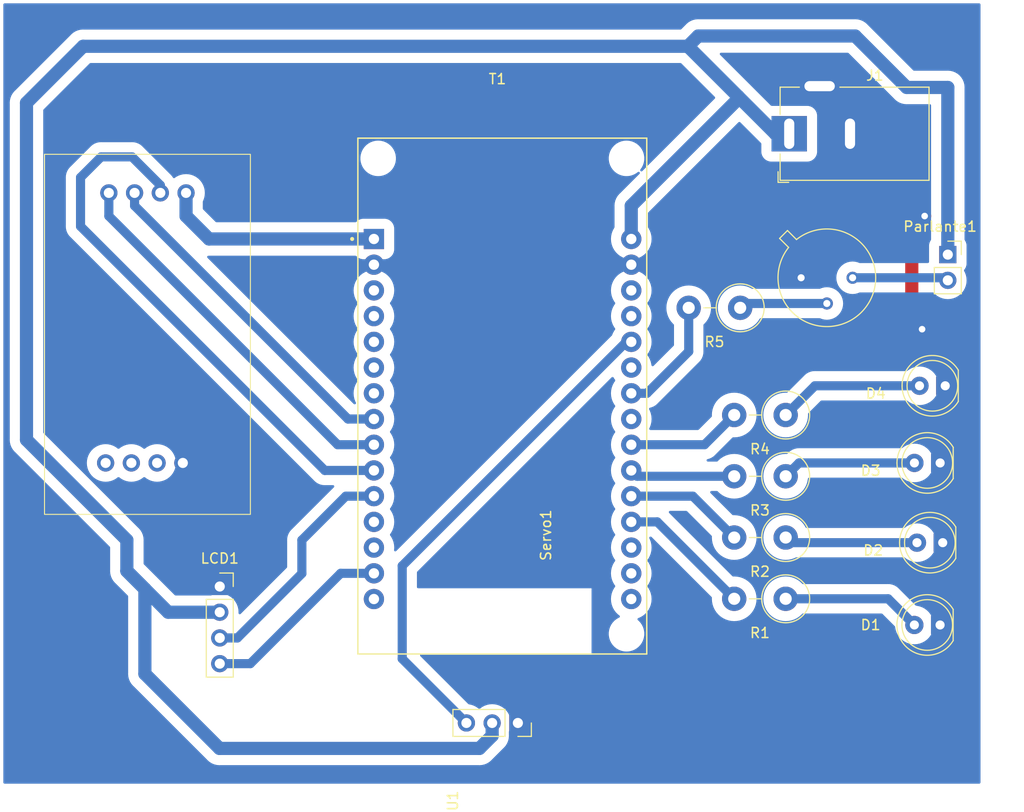
<source format=kicad_pcb>
(kicad_pcb (version 20221018) (generator pcbnew)
  (layers (0 "F.Cu" signal) (31 "B.Cu" signal) (34 "B.Paste" user) (35 "F.Paste" user) (36 "B.SilkS" user "B.Silkscreen") (37 "F.SilkS" user "F.Silkscreen") (38 "B.Mask" user) (39 "F.Mask" user) (44 "Edge.Cuts" user))
  (net 0 "")
  (net 1 "GND")
  (net 2 "Net-(D1-A)")
  (net 3 "Net-(D2-A)")
  (net 4 "Net-(D3-A)")
  (net 5 "Net-(D4-A)")
  (net 6 "+5V")
  (net 7 "/D21")
  (net 8 "/D22")
  (net 9 "/P1")
  (net 10 "/D35")
  (net 11 "/D34")
  (net 12 "/D33")
  (net 13 "/D32")
  (net 14 "/D14")
  (net 15 "+3V3")
  (net 18 "/D5")
  (net 19 "/D18")
  (net 20 "/D19")
  (footprint "Resistor_THT:R_Axial_DIN0414_L11.9mm_D4.5mm_P5.08mm_Vertical" (layer "F.Cu") (at 100.919 65.959 180)
    (fp_text reference "R5" (at 2.54 -3.37) (layer "F.SilkS"))
    (fp_text value "R")
    (fp_line (start 2.37 0) (end 3.58 0) (stroke (width 0.12)) (layer "F.SilkS"))
    (fp_circle (center 0 0) (end 2.37 0) (stroke (width 0.12)) (fill none) (layer "F.SilkS"))
    (pad "1" thru_hole circle (at 0 0 180) (size 2.4 2.4) (drill 1.2) (layers "*.Cu" "*.Mask"))
    (pad "2" thru_hole oval (at 5.08 0 180) (size 2.4 2.4) (drill 1.2) (layers "*.Cu" "*.Mask"))
  )
  (footprint "Resistor_THT:R_Axial_DIN0414_L11.9mm_D4.5mm_P5.08mm_Vertical" (layer "F.Cu") (at 105.41 94.696 180)
    (fp_text reference "R1" (at 2.54 -3.37) (layer "F.SilkS"))
    (fp_text value "R")
    (fp_line (start 2.37 0) (end 3.58 0) (stroke (width 0.12)) (layer "F.SilkS"))
    (fp_circle (center 0 0) (end 2.37 0) (stroke (width 0.12)) (fill none) (layer "F.SilkS"))
    (pad "1" thru_hole circle (at 0 0 180) (size 2.4 2.4) (drill 1.2) (layers "*.Cu" "*.Mask") (net 2 "Net-(D1-A)"))
    (pad "2" thru_hole oval (at 5.08 0 180) (size 2.4 2.4) (drill 1.2) (layers "*.Cu" "*.Mask") (net 10 "/D35"))
  )
  (footprint "Resistor_THT:R_Axial_DIN0414_L11.9mm_D4.5mm_P5.08mm_Vertical" (layer "F.Cu") (at 105.41 88.646 180)
    (fp_text reference "R2" (at 2.54 -3.37) (layer "F.SilkS"))
    (fp_text value "R")
    (fp_line (start 2.37 0) (end 3.58 0) (stroke (width 0.12)) (layer "F.SilkS"))
    (fp_circle (center 0 0) (end 2.37 0) (stroke (width 0.12)) (fill none) (layer "F.SilkS"))
    (pad "1" thru_hole circle (at 0 0 180) (size 2.4 2.4) (drill 1.2) (layers "*.Cu" "*.Mask") (net 3 "Net-(D2-A)"))
    (pad "2" thru_hole oval (at 5.08 0 180) (size 2.4 2.4) (drill 1.2) (layers "*.Cu" "*.Mask") (net 11 "/D34"))
  )
  (footprint "LED_THT:LED_D5.0mm" (layer "F.Cu") (at 120.909 89.154 180)
    (fp_text reference "D2" (at 6.858 -0.762) (layer "F.SilkS"))
    (fp_text value "LED")
    (fp_line (start -1.29 -1.545) (end -1.29 1.545) (stroke (width 0.12)) (layer "F.SilkS"))
    (fp_arc (start -1.29 -1.54483) (mid 2.072002 -2.880433) (end 4.26 0.000462) (stroke (width 0.12)) (layer "F.SilkS"))
    (fp_arc (start 4.26 -0.000462) (mid 2.072002 2.880433) (end -1.29 1.54483) (stroke (width 0.12)) (layer "F.SilkS"))
    (fp_circle (center 1.27 0) (end 3.77 0) (stroke (width 0.12)) (fill none) (layer "F.SilkS"))
    (pad "1" thru_hole rect (at 0 0 180) (size 1.8 1.8) (drill 0.9) (layers "*.Cu" "*.Mask") (net 1 "GND"))
    (pad "2" thru_hole circle (at 2.54 0 180) (size 1.8 1.8) (drill 0.9) (layers "*.Cu" "*.Mask") (net 3 "Net-(D2-A)"))
  )
  (footprint "Package_TO_SOT_THT:TO-39-3" (layer "F.Cu") (at 106.934 62.992)
    (fp_text reference "T1" (at -29.97 -19.625 180) (layer "F.SilkS"))
    (fp_text value "2N2222A")
    (fp_line (start -2.125856 -3.888039) (end -1.234902 -2.997084) (stroke (width 0.12)) (layer "F.SilkS"))
    (fp_line (start -1.348039 -4.665856) (end -2.125856 -3.888039) (stroke (width 0.12)) (layer "F.SilkS"))
    (fp_line (start -0.457084 -3.774902) (end -1.348039 -4.665856) (stroke (width 0.12)) (layer "F.SilkS"))
    (fp_arc (start -0.457084 -3.774902) (mid 5.948125 3.408384) (end -1.234674 -2.997371) (stroke (width 0.12)) (layer "F.SilkS"))
    (pad "1" thru_hole oval (at 0 0) (size 1.6 1.2) (drill 0.7) (layers "*.Cu" "*.Mask") (net 1 "GND"))
    (pad "2" thru_hole oval (at 2.54 2.54) (size 1.2 1.2) (drill 0.7) (layers "*.Cu" "*.Mask"))
    (pad "3" thru_hole oval (at 5.08 0) (size 1.2 1.2) (drill 0.7) (layers "*.Cu" "*.Mask") (net 9 "/P1"))
  )
  (footprint "TCS3200:SOIC127P600X175-8N" (layer "F.Cu") (at 42.418 81.28 90)
    (fp_text reference "U2" hide)
    (fp_text value "TCS3200" hide)
    (fp_rect (start 30.48 10.16) (end -5.08 -10.16) (stroke (width 0.1)) (fill none) (layer "F.SilkS"))
    (pad "1" thru_hole circle (at 0 -4.1275 90) (size 1.7 1.7) (drill 1) (layers "*.Cu" "*.Mask"))
    (pad "2" thru_hole oval (at 0 -1.5875 90) (size 1.7 1.7) (drill 1) (layers "*.Cu" "*.Mask"))
    (pad "3" thru_hole oval (at 0 0.9525 90) (size 1.7 1.7) (drill 1) (layers "*.Cu" "*.Mask"))
    (pad "4" thru_hole oval (at 0 3.4925 90) (size 1.7 1.7) (drill 1) (layers "*.Cu" "*.Mask") (net 1 "GND"))
    (pad "5" thru_hole circle (at 26.67 -3.81 90) (size 1.7 1.7) (drill 1) (layers "*.Cu" "*.Mask") (net 19 "/D18"))
    (pad "6" thru_hole oval (at 26.67 -1.27 90) (size 1.7 1.7) (drill 1) (layers "*.Cu" "*.Mask") (net 18 "/D5"))
    (pad "7" thru_hole oval (at 26.67 1.27 90) (size 1.7 1.7) (drill 1) (layers "*.Cu" "*.Mask") (net 20 "/D19"))
    (pad "8" thru_hole oval (at 26.67 3.81 90) (size 1.7 1.7) (drill 1) (layers "*.Cu" "*.Mask") (net 15 "+3V3"))
  )
  (footprint "ESP32-DEVKIT-V1 (1):MODULE_ESP32_DEVKIT_V1" (layer "F.Cu") (at 77.47 74.676)
    (fp_text reference "U1" (at -4.913 39.978 -90) (layer "F.SilkS"))
    (fp_text value "ESP32-DEVKIT-V1")
    (fp_line (start -14.28 -25.475) (end -3.211 -25.475) (stroke (width 0.127)) (layer "F.SilkS"))
    (fp_line (start -14.28 -25.475) (end 14.23 -25.475) (stroke (width 0.127)) (layer "F.SilkS"))
    (fp_line (start -14.28 25.475) (end -14.28 -25.475) (stroke (width 0.127)) (layer "F.SilkS"))
    (fp_line (start -14.28 25.475) (end -14.28 -25.475) (stroke (width 0.127)) (layer "F.SilkS"))
    (fp_line (start -14.28 25.475) (end -8.91 25.475) (stroke (width 0.127)) (layer "F.SilkS"))
    (fp_line (start -8.91 25.475) (end 8.78 25.475) (stroke (width 0.127)) (layer "F.SilkS"))
    (fp_line (start -3.211 -25.475) (end 3.5 -25.475) (stroke (width 0.127)) (layer "F.SilkS"))
    (fp_line (start 3.5 -25.475) (end 14.23 -25.475) (stroke (width 0.127)) (layer "F.SilkS"))
    (fp_line (start 8.78 25.475) (end 14.23 25.475) (stroke (width 0.127)) (layer "F.SilkS"))
    (fp_line (start 14.23 -25.475) (end 14.23 25.475) (stroke (width 0.127)) (layer "F.SilkS"))
    (fp_line (start 14.23 -25.475) (end 14.23 25.475) (stroke (width 0.127)) (layer "F.SilkS"))
    (fp_line (start 14.23 25.475) (end -14.28 25.475) (stroke (width 0.127)) (layer "F.SilkS"))
    (fp_circle (center -14.85 -15.515) (end -14.75 -15.515) (stroke (width 0.2)) (fill none) (layer "F.SilkS"))
    (pad "" np_thru_hole circle (at -12.28 -23.475) (size 3 3) (drill 3) (layers "*.Cu" "*.Mask"))
    (pad "" np_thru_hole circle (at -12.28 23.475) (size 3 3) (drill 3) (layers "*.Cu" "*.Mask"))
    (pad "" np_thru_hole circle (at 12.23 -23.475) (size 3 3) (drill 3) (layers "*.Cu" "*.Mask"))
    (pad "" np_thru_hole circle (at 12.23 23.475) (size 3 3) (drill 3) (layers "*.Cu" "*.Mask"))
    (pad "1" thru_hole rect (at -12.7 -15.515) (size 2 2) (drill 1.02) (layers "*.Cu" "*.Mask") (net 15 "+3V3"))
    (pad "2" thru_hole circle (at -12.7 -12.975) (size 2 2) (drill 1.02) (layers "*.Cu" "*.Mask") (net 1 "GND"))
    (pad "3" thru_hole circle (at -12.7 -10.435) (size 2 2) (drill 1.02) (layers "*.Cu" "*.Mask"))
    (pad "4" thru_hole circle (at -12.7 -7.895) (size 2 2) (drill 1.02) (layers "*.Cu" "*.Mask"))
    (pad "5" thru_hole circle (at -12.7 -5.355) (size 2 2) (drill 1.02) (layers "*.Cu" "*.Mask"))
    (pad "6" thru_hole circle (at -12.7 -2.815) (size 2 2) (drill 1.02) (layers "*.Cu" "*.Mask"))
    (pad "7" thru_hole circle (at -12.7 -0.275) (size 2 2) (drill 1.02) (layers "*.Cu" "*.Mask"))
    (pad "8" thru_hole circle (at -12.7 2.265) (size 2 2) (drill 1.02) (layers "*.Cu" "*.Mask") (net 18 "/D5"))
    (pad "9" thru_hole circle (at -12.7 4.805) (size 2 2) (drill 1.02) (layers "*.Cu" "*.Mask") (net 19 "/D18"))
    (pad "10" thru_hole circle (at -12.7 7.345) (size 2 2) (drill 1.02) (layers "*.Cu" "*.Mask") (net 20 "/D19"))
    (pad "11" thru_hole circle (at -12.7 9.885) (size 2 2) (drill 1.02) (layers "*.Cu" "*.Mask") (net 7 "/D21"))
    (pad "12" thru_hole circle (at -12.7 12.425) (size 2 2) (drill 1.02) (layers "*.Cu" "*.Mask"))
    (pad "13" thru_hole circle (at -12.7 14.965) (size 2 2) (drill 1.02) (layers "*.Cu" "*.Mask"))
    (pad "14" thru_hole circle (at -12.7 17.505) (size 2 2) (drill 1.02) (layers "*.Cu" "*.Mask") (net 8 "/D22"))
    (pad "15" thru_hole circle (at -12.7 20.045) (size 2 2) (drill 1.02) (layers "*.Cu" "*.Mask"))
    (pad "16" thru_hole circle (at 12.7 20.045) (size 2 2) (drill 1.02) (layers "*.Cu" "*.Mask"))
    (pad "17" thru_hole circle (at 12.7 17.505) (size 2 2) (drill 1.02) (layers "*.Cu" "*.Mask"))
    (pad "18" thru_hole circle (at 12.7 14.965) (size 2 2) (drill 1.02) (layers "*.Cu" "*.Mask"))
    (pad "19" thru_hole circle (at 12.7 12.425) (size 2 2) (drill 1.02) (layers "*.Cu" "*.Mask") (net 10 "/D35"))
    (pad "20" thru_hole circle (at 12.7 9.885) (size 2 2) (drill 1.02) (layers "*.Cu" "*.Mask") (net 11 "/D34"))
    (pad "21" thru_hole circle (at 12.7 7.345) (size 2 2) (drill 1.02) (layers "*.Cu" "*.Mask") (net 12 "/D33"))
    (pad "22" thru_hole circle (at 12.7 4.805) (size 2 2) (drill 1.02) (layers "*.Cu" "*.Mask") (net 13 "/D32"))
    (pad "23" thru_hole circle (at 12.7 2.265) (size 2 2) (drill 1.02) (layers "*.Cu" "*.Mask"))
    (pad "24" thru_hole circle (at 12.7 -0.275) (size 2 2) (drill 1.02) (layers "*.Cu" "*.Mask"))
    (pad "25" thru_hole circle (at 12.7 -2.815) (size 2 2) (drill 1.02) (layers "*.Cu" "*.Mask"))
    (pad "26" thru_hole circle (at 12.7 -5.355) (size 2 2) (drill 1.02) (layers "*.Cu" "*.Mask") (net 14 "/D14"))
    (pad "27" thru_hole circle (at 12.7 -7.895) (size 2 2) (drill 1.02) (layers "*.Cu" "*.Mask"))
    (pad "28" thru_hole circle (at 12.7 -10.435) (size 2 2) (drill 1.02) (layers "*.Cu" "*.Mask"))
    (pad "29" thru_hole circle (at 12.7 -12.975) (size 2 2) (drill 1.02) (layers "*.Cu" "*.Mask") (net 1 "GND"))
    (pad "30" thru_hole circle (at 12.7 -15.515) (size 2 2) (drill 1.02) (layers "*.Cu" "*.Mask") (net 6 "+5V"))
    (zone (net 0) (net_name "") (layer "B.Cu") (connect_pads (clearance 0)) (min_thickness 0.01)
      (keepout (tracks not_allowed) (vias not_allowed) (pads not_allowed) (copperpour not_allowed) (footprints allowed))
      (fill (thermal_gap 0.508) (thermal_bridge_width 0.508))
      (polygon (pts (xy 68.56 93.661) (xy 86.25 93.661) (xy 86.25 100.151) (xy 68.56 100.151)))
    )
  )
  (footprint "Resistor_THT:R_Axial_DIN0414_L11.9mm_D4.5mm_P5.08mm_Vertical" (layer "F.Cu") (at 105.41 76.546 180)
    (fp_text reference "R4" (at 2.54 -3.37) (layer "F.SilkS"))
    (fp_text value "R")
    (fp_line (start 2.37 0) (end 3.58 0) (stroke (width 0.12)) (layer "F.SilkS"))
    (fp_circle (center 0 0) (end 2.37 0) (stroke (width 0.12)) (fill none) (layer "F.SilkS"))
    (pad "1" thru_hole circle (at 0 0 180) (size 2.4 2.4) (drill 1.2) (layers "*.Cu" "*.Mask") (net 5 "Net-(D4-A)"))
    (pad "2" thru_hole oval (at 5.08 0 180) (size 2.4 2.4) (drill 1.2) (layers "*.Cu" "*.Mask") (net 13 "/D32"))
  )
  (footprint "LED_THT:LED_D5.0mm" (layer "F.Cu") (at 121.158 73.66 180)
    (fp_text reference "D4" (at 6.858 -0.762) (layer "F.SilkS"))
    (fp_text value "LED")
    (fp_line (start -1.29 -1.545) (end -1.29 1.545) (stroke (width 0.12)) (layer "F.SilkS"))
    (fp_arc (start -1.29 -1.54483) (mid 2.072002 -2.880433) (end 4.26 0.000462) (stroke (width 0.12)) (layer "F.SilkS"))
    (fp_arc (start 4.26 -0.000462) (mid 2.072002 2.880433) (end -1.29 1.54483) (stroke (width 0.12)) (layer "F.SilkS"))
    (fp_circle (center 1.27 0) (end 3.77 0) (stroke (width 0.12)) (fill none) (layer "F.SilkS"))
    (pad "1" thru_hole rect (at 0 0 180) (size 1.8 1.8) (drill 0.9) (layers "*.Cu" "*.Mask") (net 1 "GND"))
    (pad "2" thru_hole circle (at 2.54 0 180) (size 1.8 1.8) (drill 0.9) (layers "*.Cu" "*.Mask") (net 5 "Net-(D4-A)"))
  )
  (footprint "Connector_PinSocket_2.54mm:PinSocket_1x04_P2.54mm_Vertical" (layer "F.Cu") (at 49.555 93.482)
    (fp_text reference "LCD1" (at 0 -2.77) (layer "F.SilkS"))
    (fp_text value "Conn_01x04_Socket")
    (fp_line (start -1.33 1.27) (end -1.33 8.95) (stroke (width 0.12)) (layer "F.SilkS"))
    (fp_line (start -1.33 1.27) (end 1.33 1.27) (stroke (width 0.12)) (layer "F.SilkS"))
    (fp_line (start -1.33 8.95) (end 1.33 8.95) (stroke (width 0.12)) (layer "F.SilkS"))
    (fp_line (start 0 -1.33) (end 1.33 -1.33) (stroke (width 0.12)) (layer "F.SilkS"))
    (fp_line (start 1.33 -1.33) (end 1.33 0) (stroke (width 0.12)) (layer "F.SilkS"))
    (fp_line (start 1.33 1.27) (end 1.33 8.95) (stroke (width 0.12)) (layer "F.SilkS"))
    (pad "1" thru_hole rect (at 0 0) (size 1.7 1.7) (drill 1) (layers "*.Cu" "*.Mask") (net 1 "GND"))
    (pad "2" thru_hole oval (at 0 2.54) (size 1.7 1.7) (drill 1) (layers "*.Cu" "*.Mask") (net 6 "+5V"))
    (pad "3" thru_hole oval (at 0 5.08) (size 1.7 1.7) (drill 1) (layers "*.Cu" "*.Mask") (net 7 "/D21"))
    (pad "4" thru_hole oval (at 0 7.62) (size 1.7 1.7) (drill 1) (layers "*.Cu" "*.Mask") (net 8 "/D22"))
  )
  (footprint "LED_THT:LED_D5.0mm" (layer "F.Cu") (at 120.655 81.28 180)
    (fp_text reference "D3" (at 6.858 -0.762) (layer "F.SilkS"))
    (fp_text value "LED")
    (fp_line (start -1.29 -1.545) (end -1.29 1.545) (stroke (width 0.12)) (layer "F.SilkS"))
    (fp_arc (start -1.29 -1.54483) (mid 2.072002 -2.880433) (end 4.26 0.000462) (stroke (width 0.12)) (layer "F.SilkS"))
    (fp_arc (start 4.26 -0.000462) (mid 2.072002 2.880433) (end -1.29 1.54483) (stroke (width 0.12)) (layer "F.SilkS"))
    (fp_circle (center 1.27 0) (end 3.77 0) (stroke (width 0.12)) (fill none) (layer "F.SilkS"))
    (pad "1" thru_hole rect (at 0 0 180) (size 1.8 1.8) (drill 0.9) (layers "*.Cu" "*.Mask") (net 1 "GND"))
    (pad "2" thru_hole circle (at 2.54 0 180) (size 1.8 1.8) (drill 0.9) (layers "*.Cu" "*.Mask") (net 4 "Net-(D3-A)"))
  )
  (footprint "Connector_BarrelJack:BarrelJack_Horizontal" (layer "F.Cu") (at 105.76 48.768 180)
    (fp_text reference "J1" (at -8.45 5.75) (layer "F.SilkS"))
    (fp_text value "Barrel Jack")
    (fp_line (start -13.8 -4.6) (end 0.9 -4.6) (stroke (width 0.12)) (layer "F.SilkS"))
    (fp_line (start -13.8 4.6) (end -13.8 -4.6) (stroke (width 0.12)) (layer "F.SilkS"))
    (fp_line (start -5 4.6) (end -13.8 4.6) (stroke (width 0.12)) (layer "F.SilkS"))
    (fp_line (start 0.05 -4.8) (end 1.1 -4.8) (stroke (width 0.12)) (layer "F.SilkS"))
    (fp_line (start 0.9 -4.6) (end 0.9 -2) (stroke (width 0.12)) (layer "F.SilkS"))
    (fp_line (start 0.9 1.9) (end 0.9 4.6) (stroke (width 0.12)) (layer "F.SilkS"))
    (fp_line (start 0.9 4.6) (end -1 4.6) (stroke (width 0.12)) (layer "F.SilkS"))
    (fp_line (start 1.1 -3.75) (end 1.1 -4.8) (stroke (width 0.12)) (layer "F.SilkS"))
    (pad "1" thru_hole rect (at 0 0 180) (size 3.5 3.5) (drill oval 1 3) (layers "*.Cu" "*.Mask") (net 6 "+5V"))
    (pad "2" thru_hole roundrect (at -6 0 180) (size 3 3.5) (drill oval 1 3) (layers "*.Cu" "*.Mask") (net 1 "GND"))
    (pad "3" thru_hole roundrect (at -3 4.7 180) (size 3.5 3.5) (drill oval 3 1) (layers "*.Cu" "*.Mask") (net 1 "GND"))
  )
  (footprint "Resistor_THT:R_Axial_DIN0414_L11.9mm_D4.5mm_P5.08mm_Vertical" (layer "F.Cu") (at 105.41 82.596 180)
    (fp_text reference "R3" (at 2.54 -3.37) (layer "F.SilkS"))
    (fp_text value "R")
    (fp_line (start 2.37 0) (end 3.58 0) (stroke (width 0.12)) (layer "F.SilkS"))
    (fp_circle (center 0 0) (end 2.37 0) (stroke (width 0.12)) (fill none) (layer "F.SilkS"))
    (pad "1" thru_hole circle (at 0 0 180) (size 2.4 2.4) (drill 1.2) (layers "*.Cu" "*.Mask") (net 4 "Net-(D3-A)"))
    (pad "2" thru_hole oval (at 5.08 0 180) (size 2.4 2.4) (drill 1.2) (layers "*.Cu" "*.Mask") (net 12 "/D33"))
  )
  (footprint "Connector_PinSocket_2.54mm:PinSocket_1x02_P2.54mm_Vertical" (layer "F.Cu") (at 121.412 60.706)
    (fp_text reference "Parlante1" (at -0.762 -2.77) (layer "F.SilkS"))
    (fp_text value "Conn_01x02_Socket")
    (fp_line (start -1.33 1.27) (end -1.33 3.87) (stroke (width 0.12)) (layer "F.SilkS"))
    (fp_line (start -1.33 1.27) (end 1.33 1.27) (stroke (width 0.12)) (layer "F.SilkS"))
    (fp_line (start -1.33 3.87) (end 1.33 3.87) (stroke (width 0.12)) (layer "F.SilkS"))
    (fp_line (start 0 -1.33) (end 1.33 -1.33) (stroke (width 0.12)) (layer "F.SilkS"))
    (fp_line (start 1.33 -1.33) (end 1.33 0) (stroke (width 0.12)) (layer "F.SilkS"))
    (fp_line (start 1.33 1.27) (end 1.33 3.87) (stroke (width 0.12)) (layer "F.SilkS"))
    (pad "1" thru_hole rect (at 0 0) (size 1.7 1.7) (drill 1) (layers "*.Cu" "*.Mask") (net 6 "+5V"))
    (pad "2" thru_hole oval (at 0 2.54) (size 1.7 1.7) (drill 1) (layers "*.Cu" "*.Mask") (net 9 "/P1"))
  )
  (footprint "Connector_PinSocket_2.54mm:PinSocket_1x03_P2.54mm_Vertical" (layer "F.Cu") (at 78.979 106.959 -90)
    (fp_text reference "Servo1" (at -18.544 -2.77 90) (layer "F.SilkS"))
    (fp_text value "Conn_01x03_Socket")
    (fp_line (start -1.33 1.27) (end -1.33 6.41) (stroke (width 0.12)) (layer "F.SilkS"))
    (fp_line (start -1.33 1.27) (end 1.33 1.27) (stroke (width 0.12)) (layer "F.SilkS"))
    (fp_line (start -1.33 6.41) (end 1.33 6.41) (stroke (width 0.12)) (layer "F.SilkS"))
    (fp_line (start 0 -1.33) (end 1.33 -1.33) (stroke (width 0.12)) (layer "F.SilkS"))
    (fp_line (start 1.33 -1.33) (end 1.33 0) (stroke (width 0.12)) (layer "F.SilkS"))
    (fp_line (start 1.33 1.27) (end 1.33 6.41) (stroke (width 0.12)) (layer "F.SilkS"))
    (pad "1" thru_hole rect (at 0 0 270) (size 1.7 1.7) (drill 1) (layers "*.Cu" "*.Mask") (net 1 "GND"))
    (pad "2" thru_hole oval (at 0 2.54 270) (size 1.7 1.7) (drill 1) (layers "*.Cu" "*.Mask") (net 6 "+5V"))
    (pad "3" thru_hole oval (at 0 5.08 270) (size 1.7 1.7) (drill 1) (layers "*.Cu" "*.Mask") (net 14 "/D14"))
  )
  (footprint "LED_THT:LED_D5.0mm" (layer "F.Cu") (at 120.65 97.282 180)
    (fp_text reference "D1" (at 6.858 0) (layer "F.SilkS"))
    (fp_text value "LED")
    (fp_line (start -1.29 -1.545) (end -1.29 1.545) (stroke (width 0.12)) (layer "F.SilkS"))
    (fp_arc (start -1.29 -1.54483) (mid 2.072002 -2.880433) (end 4.26 0.000462) (stroke (width 0.12)) (layer "F.SilkS"))
    (fp_arc (start 4.26 -0.000462) (mid 2.072002 2.880433) (end -1.29 1.54483) (stroke (width 0.12)) (layer "F.SilkS"))
    (fp_circle (center 1.27 0) (end 3.77 0) (stroke (width 0.12)) (fill none) (layer "F.SilkS"))
    (pad "1" thru_hole rect (at 0 0 180) (size 1.8 1.8) (drill 0.9) (layers "*.Cu" "*.Mask") (net 1 "GND"))
    (pad "2" thru_hole circle (at 2.54 0 180) (size 1.8 1.8) (drill 0.9) (layers "*.Cu" "*.Mask") (net 2 "Net-(D1-A)"))
  )
  (segment (start 91.715 74.401) (end 95.839 70.277) (width 0.9) (layer "B.Cu") (net 0))
  (segment (start 95.839 70.277) (end 95.839 65.959) (width 0.9) (layer "B.Cu") (net 0))
  (segment (start 90.17 74.401) (end 91.715 74.401) (width 0.9) (layer "B.Cu") (net 0))
  (segment (start 101.346 65.532) (end 100.919 65.959) (width 0.9) (layer "B.Cu") (net 0))
  (segment (start 109.474 65.532) (end 101.346 65.532) (width 0.9) (layer "B.Cu") (net 0))
  (segment (start 117.856 67.056) (end 117.856 58.166) (width 1.3) (layer "F.Cu") (net 1))
  (segment (start 117.856 58.166) (end 119.126 56.896) (width 1.3) (layer "F.Cu") (net 1))
  (segment (start 118.872 68.072) (end 117.856 67.056) (width 1.3) (layer "F.Cu") (net 1))
  (via (at 118.872 68.072) (size 1.2) (drill 0.65) (layers "F.Cu" "B.Cu") (net 1))
  (via (at 119.126 56.896) (size 1.2) (drill 0.65) (layers "F.Cu" "B.Cu") (net 1))
  (segment (start 90.191 61.722) (end 90.17 61.701) (width 1.3) (layer "B.Cu") (net 1))
  (segment (start 120.655 88.9) (end 120.909 89.154) (width 1.3) (layer "B.Cu") (net 1))
  (segment (start 120.909 97.023) (end 120.65 97.282) (width 1.3) (layer "B.Cu") (net 1))
  (segment (start 105.41 94.696) (end 115.524 94.696) (width 0.9) (layer "B.Cu") (net 2))
  (segment (start 115.524 94.696) (end 118.11 97.282) (width 0.9) (layer "B.Cu") (net 2))
  (segment (start 118.369 89.154) (end 105.918 89.154) (width 0.9) (layer "B.Cu") (net 3))
  (segment (start 105.918 89.154) (end 105.41 88.646) (width 0.9) (layer "B.Cu") (net 3))
  (segment (start 106.726 81.28) (end 105.41 82.596) (width 0.9) (layer "B.Cu") (net 4))
  (segment (start 118.115 81.28) (end 106.726 81.28) (width 0.9) (layer "B.Cu") (net 4))
  (segment (start 118.618 73.66) (end 108.296 73.66) (width 0.9) (layer "B.Cu") (net 5))
  (segment (start 108.296 73.66) (end 105.41 76.546) (width 0.9) (layer "B.Cu") (net 5))
  (segment (start 105.76 48.768) (end 104.394 48.768) (width 1.3) (layer "F.Cu") (net 6))
  (segment (start 75.184 109.474) (end 76.439 108.219) (width 1.3) (layer "B.Cu") (net 6))
  (segment (start 100.711 45.339) (end 100.711 45.085) (width 1.3) (layer "B.Cu") (net 6))
  (segment (start 105.76 48.768) (end 104.394 48.768) (width 1.3) (layer "B.Cu") (net 6))
  (segment (start 36.068 40.132) (end 30.48 45.72) (width 1.3) (layer "B.Cu") (net 6))
  (segment (start 30.48 45.72) (end 30.48 78.994) (width 1.3) (layer "B.Cu") (net 6))
  (segment (start 117.348 44.196) (end 112.268 39.116) (width 1.3) (layer "B.Cu") (net 6))
  (segment (start 49.53 109.474) (end 75.184 109.474) (width 1.3) (layer "B.Cu") (net 6))
  (segment (start 76.439 108.219) (end 76.439 106.959) (width 1.3) (layer "B.Cu") (net 6))
  (segment (start 40.386 88.9) (end 40.386 91.948) (width 1.3) (layer "B.Cu") (net 6))
  (segment (start 96.774 39.116) (end 95.758 40.132) (width 1.3) (layer "B.Cu") (net 6))
  (segment (start 44.46 96.022) (end 40.386 91.948) (width 1.3) (layer "B.Cu") (net 6))
  (segment (start 104.394 48.768) (end 100.711 45.085) (width 1.3) (layer "B.Cu") (net 6))
  (segment (start 42.164 93.726) (end 42.164 102.108) (width 1.3) (layer "B.Cu") (net 6))
  (segment (start 90.17 55.88) (end 100.711 45.339) (width 1.3) (layer "B.Cu") (net 6))
  (segment (start 112.268 39.116) (end 96.774 39.116) (width 1.3) (layer "B.Cu") (net 6))
  (segment (start 49.555 96.022) (end 44.46 96.022) (width 1.3) (layer "B.Cu") (net 6))
  (segment (start 90.17 59.161) (end 90.17 55.88) (width 1.3) (layer "B.Cu") (net 6))
  (segment (start 40.386 91.948) (end 42.164 93.726) (width 1.3) (layer "B.Cu") (net 6))
  (segment (start 95.758 40.132) (end 36.068 40.132) (width 1.3) (layer "B.Cu") (net 6))
  (segment (start 121.412 44.196) (end 117.348 44.196) (width 1.3) (layer "B.Cu") (net 6))
  (segment (start 30.48 78.994) (end 40.386 88.9) (width 1.3) (layer "B.Cu") (net 6))
  (segment (start 42.164 102.108) (end 49.53 109.474) (width 1.3) (layer "B.Cu") (net 6))
  (segment (start 121.412 60.706) (end 121.412 44.196) (width 1.3) (layer "B.Cu") (net 6))
  (segment (start 100.711 45.085) (end 95.758 40.132) (width 1.3) (layer "B.Cu") (net 6))
  (segment (start 57.658 88.9) (end 57.658 92.202) (width 0.9) (layer "B.Cu") (net 7))
  (segment (start 61.997 84.561) (end 57.658 88.9) (width 0.9) (layer "B.Cu") (net 7))
  (segment (start 51.298 98.562) (end 49.555 98.562) (width 0.9) (layer "B.Cu") (net 7))
  (segment (start 57.658 92.202) (end 51.298 98.562) (width 0.9) (layer "B.Cu") (net 7))
  (segment (start 64.77 84.561) (end 61.997 84.561) (width 0.9) (layer "B.Cu") (net 7))
  (segment (start 52.568 101.102) (end 49.555 101.102) (width 0.9) (layer "B.Cu") (net 8))
  (segment (start 61.489 92.181) (end 52.568 101.102) (width 0.9) (layer "B.Cu") (net 8))
  (segment (start 64.77 92.181) (end 61.489 92.181) (width 0.9) (layer "B.Cu") (net 8))
  (segment (start 121.158 62.992) (end 121.412 63.246) (width 0.9) (layer "B.Cu") (net 9))
  (segment (start 112.014 62.992) (end 121.158 62.992) (width 0.9) (layer "B.Cu") (net 9))
  (segment (start 90.17 87.101) (end 92.735 87.101) (width 0.9) (layer "B.Cu") (net 10))
  (segment (start 92.735 87.101) (end 100.33 94.696) (width 0.9) (layer "B.Cu") (net 10))
  (segment (start 96.245 84.561) (end 100.33 88.646) (width 0.9) (layer "B.Cu") (net 11))
  (segment (start 90.17 84.561) (end 96.245 84.561) (width 0.9) (layer "B.Cu") (net 11))
  (segment (start 100.33 82.596) (end 90.745 82.596) (width 0.9) (layer "B.Cu") (net 12))
  (segment (start 90.745 82.596) (end 90.17 82.021) (width 0.9) (layer "B.Cu") (net 12))
  (segment (start 97.395 79.481) (end 100.33 76.546) (width 0.9) (layer "B.Cu") (net 13))
  (segment (start 90.17 79.481) (end 97.395 79.481) (width 0.9) (layer "B.Cu") (net 13))
  (segment (start 89.683 69.321) (end 90.17 69.321) (width 0.9) (layer "B.Cu") (net 14))
  (segment (start 67.564 100.624) (end 67.564 91.44) (width 0.9) (layer "B.Cu") (net 14))
  (segment (start 67.564 91.44) (end 89.683 69.321) (width 0.9) (layer "B.Cu") (net 14))
  (segment (start 73.899 106.959) (end 67.564 100.624) (width 0.9) (layer "B.Cu") (net 14))
  (segment (start 64.77 59.161) (end 48.493 59.161) (width 1.3) (layer "B.Cu") (net 15))
  (segment (start 46.228 56.896) (end 46.228 54.61) (width 1.3) (layer "B.Cu") (net 15))
  (segment (start 48.493 59.161) (end 46.228 56.896) (width 1.3) (layer "B.Cu") (net 15))
  (segment (start 41.148 54.61) (end 41.148 55.88) (width 0.9) (layer "B.Cu") (net 18))
  (segment (start 41.148 55.88) (end 62.209 76.941) (width 0.9) (layer "B.Cu") (net 18))
  (segment (start 62.209 76.941) (end 64.77 76.941) (width 0.9) (layer "B.Cu") (net 18))
  (segment (start 38.608 56.896) (end 61.193 79.481) (width 0.9) (layer "B.Cu") (net 19))
  (segment (start 61.193 79.481) (end 64.77 79.481) (width 0.9) (layer "B.Cu") (net 19))
  (segment (start 38.608 54.61) (end 38.608 56.896) (width 0.9) (layer "B.Cu") (net 19))
  (segment (start 59.923 82.021) (end 35.814 57.912) (width 0.9) (layer "B.Cu") (net 20))
  (segment (start 37.846 51.054) (end 40.894 51.054) (width 0.9) (layer "B.Cu") (net 20))
  (segment (start 64.77 82.021) (end 59.923 82.021) (width 0.9) (layer "B.Cu") (net 20))
  (segment (start 35.814 57.912) (end 35.814 53.086) (width 0.9) (layer "B.Cu") (net 20))
  (segment (start 40.894 51.054) (end 43.688 53.848) (width 0.9) (layer "B.Cu") (net 20))
  (segment (start 35.814 53.086) (end 37.846 51.054) (width 0.9) (layer "B.Cu") (net 20))
  (segment (start 43.688 53.848) (end 43.688 54.61) (width 0.9) (layer "B.Cu") (net 20))
  (zone (net 1) (net_name "GND") (layer "B.Cu") (connect_pads yes (clearance 1)) (min_thickness 0.25) (fill yes (thermal_gap 0.5) (thermal_bridge_width 0.5))
    (polygon (pts (xy 28.194 35.56) (xy 124.714 35.56) (xy 124.714 113.03) (xy 28.194 113.03)))
  )
)
</source>
